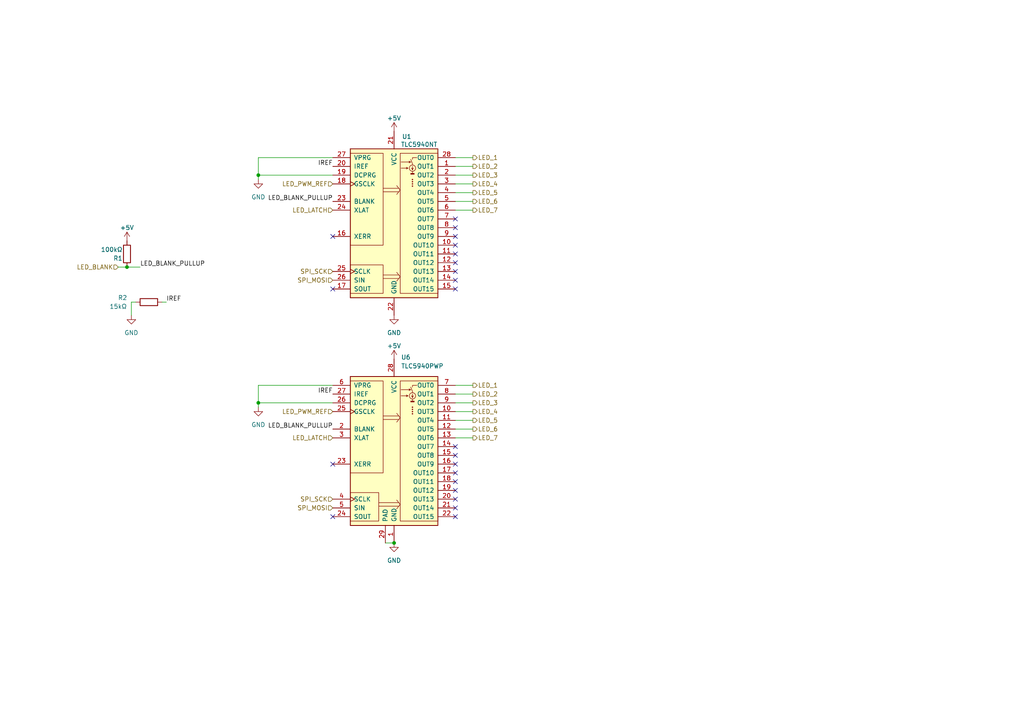
<source format=kicad_sch>
(kicad_sch (version 20231120) (generator "eeschema") (generator_version "8.0")
  (paper "A4")
  (title_block (title "RNG") (date "2024-09-19") (rev "v3.3") (company "Free Modular"))
  (lib_symbols
    (symbol "Device:R" (pin_numbers hide) (pin_names (offset 0))
      (property "Reference" "R" (at 2.032 0 90))
      (property "Value" "R" (at 0 0 90))
      (symbol "R_0_1"
        (rectangle (start -1.016 -2.54) (end 1.016 2.54) (stroke (width 0.254)))
      )
      (symbol "R_1_1"
        (pin passive line (at 0 3.81 270) (length 1.27) (name "~") (number "1"))
        (pin passive line (at 0 -3.81 90) (length 1.27) (name "~") (number "2"))
      )
    )
    (symbol "Driver_LED:TLC5940NT" (pin_names (offset 1.016))
      (property "Reference" "U" (at -12.7 22.225 0))
      (property "Value" "TLC5940NT" (at 12.7 22.225 0))
      (symbol "TLC5940NT_0_1"
        (rectangle (start -12.7 -21.59) (end -3.175 -13.335))
        (rectangle (start -12.7 19.05) (end -3.175 -7.62))
        (rectangle (start -12.7 20.32) (end 12.7 -22.86) (stroke (width 0.254)) (fill (type background)))
        (polyline (pts (xy -3.175 -16.256) (xy 1.27 -16.256)))
        (polyline (pts (xy -3.175 8.89) (xy 1.27 8.89)))
        (polyline (pts (xy 1.27 -17.272) (xy -3.175 -17.272)))
        (polyline (pts (xy 1.27 7.874) (xy -3.175 7.874)))
        (polyline (pts (xy 1.778 -16.764) (xy 0.762 -18.034)))
        (polyline (pts (xy 1.778 -16.764) (xy 0.762 -15.494)))
        (polyline (pts (xy 1.778 8.382) (xy 0.762 7.112)))
        (polyline (pts (xy 1.778 8.382) (xy 0.762 9.652)))
        (polyline (pts (xy 5.334 13.716) (xy 5.334 13.208)))
        (polyline (pts (xy 5.334 14.224) (xy 5.588 14.732)))
        (polyline (pts (xy 5.334 15.24) (xy 5.334 14.224) (xy 5.08 14.732)))
        (polyline (pts (xy 5.334 15.748) (xy 5.334 16.002) (xy 4.826 17.272)))
        (polyline (pts (xy 5.334 17.272) (xy 5.334 17.78) (xy 6.604 17.78)))
        (polyline (pts (xy 2.032 14.732) (xy 4.064 14.732) (xy 3.556 14.986) (xy 4.064 14.732) (xy 3.556 14.478)))
        (polyline (pts (xy 2.032 16.51) (xy 4.826 16.51) (xy 4.318 16.764) (xy 4.826 16.51) (xy 4.318 16.256)))
        (rectangle (start 1.778 19.05) (end 12.7 -21.59))
        (rectangle (start 4.826 13.208) (end 5.842 12.954) (fill (type outline)))
        (circle (center 5.334 9.525) (radius 0.127) (fill (type outline)))
        (circle (center 5.334 10.16) (radius 0.127) (fill (type outline)))
        (circle (center 5.334 10.795) (radius 0.127) (fill (type outline)))
        (circle (center 5.334 11.43) (radius 0.127) (fill (type outline)))
        (circle (center 5.334 14.732) (radius 0.9144))
      )
      (symbol "TLC5940NT_1_1"
        (pin open_collector line (at 17.78 15.24 180) (length 5.08) (name "OUT1") (number "1"))
        (pin open_collector line (at 17.78 -7.62 180) (length 5.08) (name "OUT10") (number "10"))
        (pin open_collector line (at 17.78 -10.16 180) (length 5.08) (name "OUT11") (number "11"))
        (pin open_collector line (at 17.78 -12.7 180) (length 5.08) (name "OUT12") (number "12"))
        (pin open_collector line (at 17.78 -15.24 180) (length 5.08) (name "OUT13") (number "13"))
        (pin open_collector line (at 17.78 -17.78 180) (length 5.08) (name "OUT14") (number "14"))
        (pin open_collector line (at 17.78 -20.32 180) (length 5.08) (name "OUT15") (number "15"))
        (pin open_collector line (at -17.78 -5.08 0) (length 5.08) (name "XERR") (number "16"))
        (pin output line (at -17.78 -20.32 0) (length 5.08) (name "SOUT") (number "17"))
        (pin input clock (at -17.78 10.16 0) (length 5.08) (name "GSCLK") (number "18"))
        (pin input line (at -17.78 12.7 0) (length 5.08) (name "DCPRG") (number "19"))
        (pin open_collector line (at 17.78 12.7 180) (length 5.08) (name "OUT2") (number "2"))
        (pin input line (at -17.78 15.24 0) (length 5.08) (name "IREF") (number "20"))
        (pin power_in line (at 0 25.4 270) (length 5.08) (name "VCC") (number "21"))
        (pin power_in line (at 0 -27.94 90) (length 5.08) (name "GND") (number "22"))
        (pin input line (at -17.78 5.08 0) (length 5.08) (name "BLANK") (number "23"))
        (pin input line (at -17.78 2.54 0) (length 5.08) (name "XLAT") (number "24"))
        (pin input clock (at -17.78 -15.24 0) (length 5.08) (name "SCLK") (number "25"))
        (pin input line (at -17.78 -17.78 0) (length 5.08) (name "SIN") (number "26"))
        (pin input line (at -17.78 17.78 0) (length 5.08) (name "VPRG") (number "27"))
        (pin open_collector line (at 17.78 17.78 180) (length 5.08) (name "OUT0") (number "28"))
        (pin open_collector line (at 17.78 10.16 180) (length 5.08) (name "OUT3") (number "3"))
        (pin open_collector line (at 17.78 7.62 180) (length 5.08) (name "OUT4") (number "4"))
        (pin open_collector line (at 17.78 5.08 180) (length 5.08) (name "OUT5") (number "5"))
        (pin open_collector line (at 17.78 2.54 180) (length 5.08) (name "OUT6") (number "6"))
        (pin open_collector line (at 17.78 0 180) (length 5.08) (name "OUT7") (number "7"))
        (pin open_collector line (at 17.78 -2.54 180) (length 5.08) (name "OUT8") (number "8"))
        (pin open_collector line (at 17.78 -5.08 180) (length 5.08) (name "OUT9") (number "9"))
      )
    )
    (symbol "Driver_LED:TLC5940PWP" (pin_names (offset 1.016))
      (property "Reference" "U" (at -12.7 22.225 0))
      (property "Value" "TLC5940PWP" (at 1.27 22.225 0))
      (symbol "TLC5940PWP_0_1"
        (rectangle (start -12.7 -21.59) (end -4.445 -13.335))
        (rectangle (start -12.7 19.05) (end -3.175 -7.62))
        (rectangle (start -12.7 20.32) (end 12.7 -22.86) (stroke (width 0.254)) (fill (type background)))
        (polyline (pts (xy -4.318 -16.256) (xy 1.27 -16.256)))
        (polyline (pts (xy -3.175 8.89) (xy 1.27 8.89)))
        (polyline (pts (xy 1.27 -17.272) (xy -4.318 -17.272)))
        (polyline (pts (xy 1.27 7.874) (xy -3.175 7.874)))
        (polyline (pts (xy 1.778 -16.764) (xy 0.762 -18.034)))
        (polyline (pts (xy 1.778 -16.764) (xy 0.762 -15.494)))
        (polyline (pts (xy 1.778 8.382) (xy 0.762 7.112)))
        (polyline (pts (xy 1.778 8.382) (xy 0.762 9.652)))
        (polyline (pts (xy 5.334 13.716) (xy 5.334 13.208)))
        (polyline (pts (xy 5.334 14.224) (xy 5.588 14.732)))
        (polyline (pts (xy 5.334 15.24) (xy 5.334 14.224) (xy 5.08 14.732)))
        (polyline (pts (xy 5.334 15.748) (xy 5.334 16.002) (xy 4.826 17.272)))
        (polyline (pts (xy 5.334 17.272) (xy 5.334 17.78) (xy 6.604 17.78)))
        (polyline (pts (xy 2.032 14.732) (xy 4.064 14.732) (xy 3.556 14.986) (xy 4.064 14.732) (xy 3.556 14.478)))
        (polyline (pts (xy 2.032 16.51) (xy 4.826 16.51) (xy 4.318 16.764) (xy 4.826 16.51) (xy 4.318 16.256)))
        (rectangle (start 1.778 19.05) (end 12.7 -21.59))
        (rectangle (start 4.826 13.208) (end 5.842 12.954) (fill (type outline)))
        (circle (center 5.334 9.525) (radius 0.127) (fill (type outline)))
        (circle (center 5.334 10.16) (radius 0.127) (fill (type outline)))
        (circle (center 5.334 10.795) (radius 0.127) (fill (type outline)))
        (circle (center 5.334 11.43) (radius 0.127) (fill (type outline)))
        (circle (center 5.334 14.732) (radius 0.9144))
      )
      (symbol "TLC5940PWP_1_1"
        (pin power_in line (at 0 -27.94 90) (length 5.08) (name "GND") (number "1"))
        (pin open_collector line (at 17.78 10.16 180) (length 5.08) (name "OUT3") (number "10"))
        (pin open_collector line (at 17.78 7.62 180) (length 5.08) (name "OUT4") (number "11"))
        (pin open_collector line (at 17.78 5.08 180) (length 5.08) (name "OUT5") (number "12"))
        (pin open_collector line (at 17.78 2.54 180) (length 5.08) (name "OUT6") (number "13"))
        (pin open_collector line (at 17.78 0 180) (length 5.08) (name "OUT7") (number "14"))
        (pin open_collector line (at 17.78 -2.54 180) (length 5.08) (name "OUT8") (number "15"))
        (pin open_collector line (at 17.78 -5.08 180) (length 5.08) (name "OUT9") (number "16"))
        (pin open_collector line (at 17.78 -7.62 180) (length 5.08) (name "OUT10") (number "17"))
        (pin open_collector line (at 17.78 -10.16 180) (length 5.08) (name "OUT11") (number "18"))
        (pin open_collector line (at 17.78 -12.7 180) (length 5.08) (name "OUT12") (number "19"))
        (pin input line (at -17.78 5.08 0) (length 5.08) (name "BLANK") (number "2"))
        (pin open_collector line (at 17.78 -15.24 180) (length 5.08) (name "OUT13") (number "20"))
        (pin open_collector line (at 17.78 -17.78 180) (length 5.08) (name "OUT14") (number "21"))
        (pin open_collector line (at 17.78 -20.32 180) (length 5.08) (name "OUT15") (number "22"))
        (pin open_collector line (at -17.78 -5.08 0) (length 5.08) (name "XERR") (number "23"))
        (pin output line (at -17.78 -20.32 0) (length 5.08) (name "SOUT") (number "24"))
        (pin input clock (at -17.78 10.16 0) (length 5.08) (name "GSCLK") (number "25"))
        (pin input line (at -17.78 12.7 0) (length 5.08) (name "DCPRG") (number "26"))
        (pin input line (at -17.78 15.24 0) (length 5.08) (name "IREF") (number "27"))
        (pin power_in line (at 0 25.4 270) (length 5.08) (name "VCC") (number "28"))
        (pin input line (at -2.54 -27.94 90) (length 5.08) (name "PAD") (number "29"))
        (pin input line (at -17.78 2.54 0) (length 5.08) (name "XLAT") (number "3"))
        (pin input clock (at -17.78 -15.24 0) (length 5.08) (name "SCLK") (number "4"))
        (pin input line (at -17.78 -17.78 0) (length 5.08) (name "SIN") (number "5"))
        (pin input line (at -17.78 17.78 0) (length 5.08) (name "VPRG") (number "6"))
        (pin open_collector line (at 17.78 17.78 180) (length 5.08) (name "OUT0") (number "7"))
        (pin open_collector line (at 17.78 15.24 180) (length 5.08) (name "OUT1") (number "8"))
        (pin open_collector line (at 17.78 12.7 180) (length 5.08) (name "OUT2") (number "9"))
      )
    )
    (symbol "power:+5V" (power) (pin_names (offset 0))
      (property "Value" "+5V" (at 0 3.556 0))
      (symbol "+5V_0_1"
        (polyline (pts (xy -0.762 1.27) (xy 0 2.54)))
        (polyline (pts (xy 0 0) (xy 0 2.54)))
        (polyline (pts (xy 0 2.54) (xy 0.762 1.27)))
      )
      (symbol "+5V_1_1"
        (pin power_in line (at 0 0 90) (length 0) hide (name "+5V") (number "1"))
      )
    )
    (symbol "power:GND" (power) (pin_names (offset 0))
      (property "Value" "GND" (at 0 -3.81 0))
      (symbol "GND_0_1"
        (polyline (pts (xy 0 0) (xy 0 -1.27) (xy 1.27 -1.27) (xy 0 -2.54) (xy -1.27 -1.27) (xy 0 -1.27)))
      )
      (symbol "GND_1_1"
        (pin power_in line (at 0 0 270) (length 0) hide (name "GND") (number "1"))
      )
    )
  )
  (junction (at 74.93 116.84))
  (junction (at 114.3 157.48))
  (junction (at 36.83 77.47))
  (junction (at 74.93 50.8))
  (no_connect (at 132.08 139.7))
  (no_connect (at 132.08 73.66))
  (no_connect (at 132.08 68.58))
  (no_connect (at 132.08 149.86))
  (no_connect (at 132.08 134.62))
  (no_connect (at 132.08 71.12))
  (no_connect (at 132.08 66.04))
  (no_connect (at 132.08 78.74))
  (no_connect (at 132.08 83.82))
  (no_connect (at 132.08 81.28))
  (no_connect (at 96.52 149.86))
  (no_connect (at 96.52 68.58))
  (no_connect (at 132.08 132.08))
  (no_connect (at 132.08 147.32))
  (no_connect (at 96.52 83.82))
  (no_connect (at 132.08 137.16))
  (no_connect (at 96.52 134.62))
  (no_connect (at 132.08 129.54))
  (no_connect (at 132.08 144.78))
  (no_connect (at 132.08 142.24))
  (no_connect (at 132.08 63.5))
  (no_connect (at 132.08 76.2))
  (wire (pts (xy 34.29 77.47) (xy 36.83 77.47)))
  (wire (pts (xy 74.93 50.8) (xy 96.52 50.8)))
  (wire (pts (xy 36.83 77.47) (xy 40.64 77.47)))
  (wire (pts (xy 132.08 55.88) (xy 137.16 55.88)))
  (wire (pts (xy 74.93 116.84) (xy 96.52 116.84)))
  (wire (pts (xy 74.93 45.72) (xy 96.52 45.72)))
  (wire (pts (xy 132.08 124.46) (xy 137.16 124.46)))
  (wire (pts (xy 74.93 111.76) (xy 74.93 116.84)))
  (wire (pts (xy 74.93 50.8) (xy 74.93 52.07)))
  (wire (pts (xy 132.08 114.3) (xy 137.16 114.3)))
  (wire (pts (xy 38.1 87.63) (xy 39.37 87.63)))
  (wire (pts (xy 74.93 111.76) (xy 96.52 111.76)))
  (wire (pts (xy 132.08 50.8) (xy 137.16 50.8)))
  (wire (pts (xy 132.08 53.34) (xy 137.16 53.34)))
  (wire (pts (xy 132.08 45.72) (xy 137.16 45.72)))
  (wire (pts (xy 132.08 119.38) (xy 137.16 119.38)))
  (wire (pts (xy 132.08 60.96) (xy 137.16 60.96)))
  (wire (pts (xy 74.93 45.72) (xy 74.93 50.8)))
  (wire (pts (xy 48.26 87.63) (xy 46.99 87.63)))
  (wire (pts (xy 132.08 111.76) (xy 137.16 111.76)))
  (wire (pts (xy 132.08 58.42) (xy 137.16 58.42)))
  (wire (pts (xy 38.1 91.44) (xy 38.1 87.63)))
  (wire (pts (xy 111.76 157.48) (xy 114.3 157.48)))
  (wire (pts (xy 132.08 121.92) (xy 137.16 121.92)))
  (wire (pts (xy 132.08 127) (xy 137.16 127)))
  (wire (pts (xy 74.93 116.84) (xy 74.93 118.11)))
  (wire (pts (xy 132.08 48.26) (xy 137.16 48.26)))
  (wire (pts (xy 132.08 116.84) (xy 137.16 116.84)))
  (label "IREF" (at 48.26 87.63 0))
  (label "IREF" (at 96.52 114.3 180))
  (label "IREF" (at 96.52 48.26 180))
  (label "LED_BLANK_PULLUP" (at 40.64 77.47 0))
  (label "LED_BLANK_PULLUP" (at 96.52 124.46 180))
  (label "LED_BLANK_PULLUP" (at 96.52 58.42 180))
  (hierarchical_label "LED_BLANK" (shape input) (at 34.29 77.47 180))
  (hierarchical_label "LED_PWM_REF" (shape input) (at 96.52 53.34 180))
  (hierarchical_label "LED_7" (shape output) (at 137.16 60.96 0))
  (hierarchical_label "LED_3" (shape output) (at 137.16 50.8 0))
  (hierarchical_label "LED_1" (shape output) (at 137.16 111.76 0))
  (hierarchical_label "LED_PWM_REF" (shape input) (at 96.52 119.38 180))
  (hierarchical_label "LED_1" (shape output) (at 137.16 45.72 0))
  (hierarchical_label "LED_7" (shape output) (at 137.16 127 0))
  (hierarchical_label "SPI_SCK" (shape input) (at 96.52 144.78 180))
  (hierarchical_label "LED_4" (shape output) (at 137.16 53.34 0))
  (hierarchical_label "LED_5" (shape output) (at 137.16 121.92 0))
  (hierarchical_label "LED_6" (shape output) (at 137.16 58.42 0))
  (hierarchical_label "LED_4" (shape output) (at 137.16 119.38 0))
  (hierarchical_label "LED_6" (shape output) (at 137.16 124.46 0))
  (hierarchical_label "LED_LATCH" (shape input) (at 96.52 60.96 180))
  (hierarchical_label "SPI_MOSI" (shape input) (at 96.52 81.28 180))
  (hierarchical_label "SPI_SCK" (shape input) (at 96.52 78.74 180))
  (hierarchical_label "LED_5" (shape output) (at 137.16 55.88 0))
  (hierarchical_label "LED_2" (shape output) (at 137.16 114.3 0))
  (hierarchical_label "LED_3" (shape output) (at 137.16 116.84 0))
  (hierarchical_label "LED_LATCH" (shape input) (at 96.52 127 180))
  (hierarchical_label "SPI_MOSI" (shape input) (at 96.52 147.32 180))
  (hierarchical_label "LED_2" (shape output) (at 137.16 48.26 0))
  (symbol (lib_id "power:+5V") (at 36.83 69.85 0) (unit 1)
    (property "Reference" "#PWR03" (effects (hide yes)))
    (property "Value" "+5V" (at 36.83 66.04 0))
  )
  (symbol (lib_id "Driver_LED:TLC5940NT") (at 114.3 63.5 0) (unit 1)
    (property "Reference" "U1" (at 116.586 39.624 0) (effects (justify left)))
    (property "Value" "TLC5940NT" (at 116.2559 41.91 0) (effects (justify left)))
    (property "Footprint" "Package_DIP:DIP-28_W7.62mm" (effects (hide yes)))
    (property "Datasheet" "http://www.ti.com/lit/ds/symlink/tlc5940.pdf" (effects (hide yes)))
  )
  (symbol (lib_id "power:GND") (at 38.1 91.44 0) (unit 1)
    (property "Reference" "#PWR045" (effects (hide yes)))
    (property "Value" "GND" (at 38.1 96.52 0))
  )
  (symbol (lib_id "power:GND") (at 74.93 52.07 0) (unit 1)
    (property "Reference" "#PWR05" (effects (hide yes)))
    (property "Value" "GND" (at 74.93 57.15 0))
  )
  (symbol (lib_id "power:+5V") (at 114.3 38.1 0) (unit 1)
    (property "Reference" "#PWR06" (effects (hide yes)))
    (property "Value" "+5V" (at 114.3 34.29 0))
  )
  (symbol (lib_id "Device:R") (at 36.83 73.66 180) (unit 1)
    (property "Reference" "R1" (at 35.56 74.93 0) (effects (justify left)))
    (property "Value" "100kΩ" (at 35.56 72.39 0) (effects (justify left)))
    (property "Footprint" "Resistor_THT:R_Axial_DIN0207_L6.3mm_D2.5mm_P7.62mm_Horizontal" (effects (hide yes)))
  )
  (symbol (lib_id "power:GND") (at 114.3 157.48 0) (unit 1)
    (property "Reference" "#PWR046" (effects (hide yes)))
    (property "Value" "GND" (at 114.3 162.56 0))
  )
  (symbol (lib_id "power:GND") (at 74.93 118.11 0) (unit 1)
    (property "Reference" "#PWR047" (effects (hide yes)))
    (property "Value" "GND" (at 74.93 123.19 0))
  )
  (symbol (lib_id "Device:R") (at 43.18 87.63 270) (unit 1)
    (property "Reference" "R2" (at 35.56 86.36 90))
    (property "Value" "15kΩ" (at 34.29 88.9 90))
    (property "Footprint" "Resistor_THT:R_Axial_DIN0207_L6.3mm_D2.5mm_P7.62mm_Horizontal" (effects (hide yes)))
  )
  (symbol (lib_id "Driver_LED:TLC5940PWP") (at 114.3 129.54 0) (unit 1)
    (property "Reference" "U6" (at 116.332 103.632 0) (effects (justify left)))
    (property "Value" "TLC5940PWP" (at 116.332 106.172 0) (effects (justify left)))
    (property "Footprint" "Package_SO:HTSSOP-28-1EP_4.4x9.7mm_P0.65mm_EP3.4x9.5mm_Mask2.4x6.17mm_ThermalVias" (effects (hide yes)))
    (property "Datasheet" "http://www.ti.com/lit/ds/symlink/tlc5940.pdf" (effects (hide yes)))
    (property "Description" "16-Channel LED Driver With DOT Correction and Grayscale PWM Control, TSSOP package with thermal pad" (effects (hide yes)))
  )
  (symbol (lib_id "power:GND") (at 114.3 91.44 0) (unit 1)
    (property "Reference" "#PWR07" (effects (hide yes)))
    (property "Value" "GND" (at 114.3 96.52 0))
  )
  (symbol (lib_id "power:+5V") (at 114.3 104.14 0) (unit 1)
    (property "Reference" "#PWR044" (effects (hide yes)))
    (property "Value" "+5V" (at 114.3 100.33 0))
  )
)
</source>
